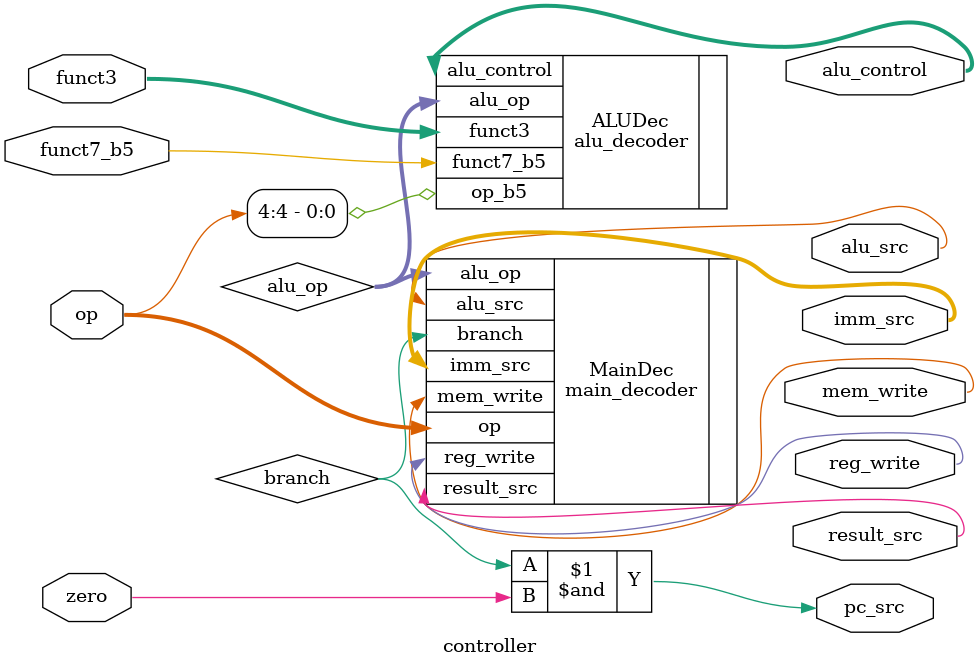
<source format=v>
`timescale 1ns / 1ps

module controller(op,funct3,funct7_b5,zero,pc_src,result_src,mem_write,alu_src,reg_write,alu_control,imm_src);

input [6:0] op;
input [2:0] funct3;
input funct7_b5,zero;
output pc_src, result_src, mem_write, alu_src, reg_write;
output [2:0] alu_control;
output [1:0] imm_src;

wire [1:0] alu_op;
wire branch;

// module main_decoder(op,branch,result_src,mem_write,alu_src,imm_src,reg_write,alu_op);
main_decoder MainDec(
    .op(op),
    .branch(branch),
    .result_src(result_src), 
    .mem_write(mem_write),  
    .alu_src(alu_src), 
    .reg_write(reg_write), 
    .imm_src(imm_src), 
    .alu_op(alu_op)
);

// module alu_decoder(op_b5,funct3,funct7_b5,alu_op,alu_control);
alu_decoder ALUDec(
    .op_b5(op[4]), 
    .funct3(funct3), 
    .funct7_b5(funct7_b5), 
    .alu_op(alu_op), 
    .alu_control(alu_control)
);

assign pc_src = (branch & zero); // | jump;

endmodule

</source>
